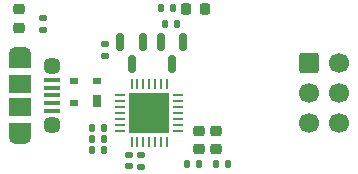
<source format=gts>
%TF.GenerationSoftware,KiCad,Pcbnew,(7.0.0)*%
%TF.CreationDate,2024-01-19T16:55:17+05:30*%
%TF.ProjectId,Programmer,50726f67-7261-46d6-9d65-722e6b696361,rev?*%
%TF.SameCoordinates,Original*%
%TF.FileFunction,Soldermask,Top*%
%TF.FilePolarity,Negative*%
%FSLAX46Y46*%
G04 Gerber Fmt 4.6, Leading zero omitted, Abs format (unit mm)*
G04 Created by KiCad (PCBNEW (7.0.0)) date 2024-01-19 16:55:17*
%MOMM*%
%LPD*%
G01*
G04 APERTURE LIST*
G04 Aperture macros list*
%AMRoundRect*
0 Rectangle with rounded corners*
0 $1 Rounding radius*
0 $2 $3 $4 $5 $6 $7 $8 $9 X,Y pos of 4 corners*
0 Add a 4 corners polygon primitive as box body*
4,1,4,$2,$3,$4,$5,$6,$7,$8,$9,$2,$3,0*
0 Add four circle primitives for the rounded corners*
1,1,$1+$1,$2,$3*
1,1,$1+$1,$4,$5*
1,1,$1+$1,$6,$7*
1,1,$1+$1,$8,$9*
0 Add four rect primitives between the rounded corners*
20,1,$1+$1,$2,$3,$4,$5,0*
20,1,$1+$1,$4,$5,$6,$7,0*
20,1,$1+$1,$6,$7,$8,$9,0*
20,1,$1+$1,$8,$9,$2,$3,0*%
G04 Aperture macros list end*
%ADD10RoundRect,0.250000X-0.600000X-0.600000X0.600000X-0.600000X0.600000X0.600000X-0.600000X0.600000X0*%
%ADD11C,1.700000*%
%ADD12RoundRect,0.140000X-0.170000X0.140000X-0.170000X-0.140000X0.170000X-0.140000X0.170000X0.140000X0*%
%ADD13RoundRect,0.140000X0.140000X0.170000X-0.140000X0.170000X-0.140000X-0.170000X0.140000X-0.170000X0*%
%ADD14RoundRect,0.150000X-0.150000X0.587500X-0.150000X-0.587500X0.150000X-0.587500X0.150000X0.587500X0*%
%ADD15RoundRect,0.135000X0.135000X0.185000X-0.135000X0.185000X-0.135000X-0.185000X0.135000X-0.185000X0*%
%ADD16RoundRect,0.135000X-0.135000X-0.185000X0.135000X-0.185000X0.135000X0.185000X-0.135000X0.185000X0*%
%ADD17RoundRect,0.218750X-0.256250X0.218750X-0.256250X-0.218750X0.256250X-0.218750X0.256250X0.218750X0*%
%ADD18RoundRect,0.135000X-0.185000X0.135000X-0.185000X-0.135000X0.185000X-0.135000X0.185000X0.135000X0*%
%ADD19RoundRect,0.062500X-0.337500X-0.062500X0.337500X-0.062500X0.337500X0.062500X-0.337500X0.062500X0*%
%ADD20RoundRect,0.062500X-0.062500X-0.337500X0.062500X-0.337500X0.062500X0.337500X-0.062500X0.337500X0*%
%ADD21R,3.350000X3.350000*%
%ADD22RoundRect,0.135000X0.185000X-0.135000X0.185000X0.135000X-0.185000X0.135000X-0.185000X-0.135000X0*%
%ADD23RoundRect,0.218750X0.218750X0.256250X-0.218750X0.256250X-0.218750X-0.256250X0.218750X-0.256250X0*%
%ADD24R,0.700000X1.000000*%
%ADD25R,0.700000X0.600000*%
%ADD26RoundRect,0.218750X0.256250X-0.218750X0.256250X0.218750X-0.256250X0.218750X-0.256250X-0.218750X0*%
%ADD27R,1.350000X0.400000*%
%ADD28O,1.900000X1.200000*%
%ADD29R,1.900000X1.200000*%
%ADD30C,1.450000*%
%ADD31R,1.900000X1.500000*%
G04 APERTURE END LIST*
D10*
%TO.C,J2*%
X168783000Y-95072200D03*
D11*
X171323000Y-95072200D03*
X168783000Y-97612200D03*
X171323000Y-97612200D03*
X168783000Y-100152200D03*
X171323000Y-100152200D03*
%TD*%
D12*
%TO.C,C5*%
X153512800Y-102875000D03*
X153512800Y-103835000D03*
%TD*%
D13*
%TO.C,C2*%
X151351200Y-100561000D03*
X150391200Y-100561000D03*
%TD*%
%TO.C,C3*%
X151351200Y-101500800D03*
X150391200Y-101500800D03*
%TD*%
D14*
%TO.C,Q1*%
X158095000Y-93273500D03*
X156195000Y-93273500D03*
X157145000Y-95148500D03*
%TD*%
D15*
%TO.C,R1*%
X157228000Y-90474800D03*
X156208000Y-90474800D03*
%TD*%
D16*
%TO.C,R7*%
X156533400Y-91772600D03*
X157553400Y-91772600D03*
%TD*%
D17*
%TO.C,D3*%
X160904200Y-100814900D03*
X160904200Y-102389900D03*
%TD*%
D13*
%TO.C,C6*%
X151348600Y-102440600D03*
X150388600Y-102440600D03*
%TD*%
D18*
%TO.C,R8*%
X151511000Y-93444600D03*
X151511000Y-94464600D03*
%TD*%
D19*
%TO.C,U2*%
X152767000Y-97816400D03*
X152767000Y-98316400D03*
X152767000Y-98816400D03*
X152767000Y-99316400D03*
X152767000Y-99816400D03*
X152767000Y-100316400D03*
X152767000Y-100816400D03*
D20*
X153717000Y-101766400D03*
X154217000Y-101766400D03*
X154717000Y-101766400D03*
X155217000Y-101766400D03*
X155717000Y-101766400D03*
X156217000Y-101766400D03*
X156717000Y-101766400D03*
D19*
X157667000Y-100816400D03*
X157667000Y-100316400D03*
X157667000Y-99816400D03*
X157667000Y-99316400D03*
X157667000Y-98816400D03*
X157667000Y-98316400D03*
X157667000Y-97816400D03*
D20*
X156717000Y-96866400D03*
X156217000Y-96866400D03*
X155717000Y-96866400D03*
X155217000Y-96866400D03*
X154717000Y-96866400D03*
X154217000Y-96866400D03*
X153717000Y-96866400D03*
D21*
X155216999Y-99316399D03*
%TD*%
D22*
%TO.C,R6*%
X154478000Y-103865000D03*
X154478000Y-102845000D03*
%TD*%
D23*
%TO.C,D1*%
X159943900Y-90525600D03*
X158368900Y-90525600D03*
%TD*%
D15*
%TO.C,R3*%
X159409600Y-103609000D03*
X158389600Y-103609000D03*
%TD*%
D24*
%TO.C,D2*%
X150818599Y-98311399D03*
D25*
X150818599Y-96611399D03*
X148818599Y-96611399D03*
X148818599Y-98511399D03*
%TD*%
D18*
%TO.C,R12*%
X146253200Y-91309000D03*
X146253200Y-92329000D03*
%TD*%
D17*
%TO.C,D4*%
X159405600Y-100814900D03*
X159405600Y-102389900D03*
%TD*%
D26*
%TO.C,D5*%
X144195800Y-92125800D03*
X144195800Y-90550800D03*
%TD*%
D14*
%TO.C,Q2*%
X154676200Y-93271200D03*
X152776200Y-93271200D03*
X153726200Y-95146200D03*
%TD*%
D27*
%TO.C,J3*%
X146953699Y-96540799D03*
X146953699Y-97190799D03*
X146953699Y-97840799D03*
X146953699Y-98490799D03*
X146953699Y-99140799D03*
D28*
X144253699Y-94340799D03*
D29*
X144253699Y-94940799D03*
D30*
X146953700Y-95340800D03*
D31*
X144253699Y-96840799D03*
X144253699Y-98840799D03*
D30*
X146953700Y-100340800D03*
D29*
X144253699Y-100740799D03*
D28*
X144253699Y-101340799D03*
%TD*%
D16*
%TO.C,R2*%
X160902200Y-103609000D03*
X161922200Y-103609000D03*
%TD*%
M02*

</source>
